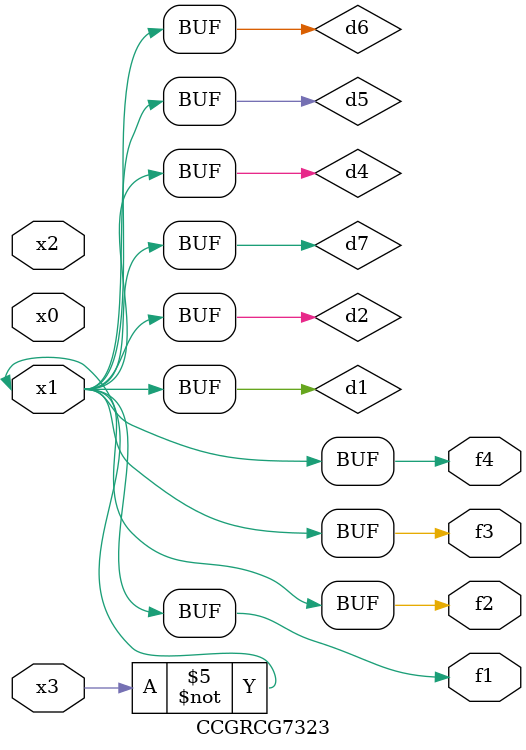
<source format=v>
module CCGRCG7323(
	input x0, x1, x2, x3,
	output f1, f2, f3, f4
);

	wire d1, d2, d3, d4, d5, d6, d7;

	not (d1, x3);
	buf (d2, x1);
	xnor (d3, d1, d2);
	nor (d4, d1);
	buf (d5, d1, d2);
	buf (d6, d4, d5);
	nand (d7, d4);
	assign f1 = d6;
	assign f2 = d7;
	assign f3 = d6;
	assign f4 = d6;
endmodule

</source>
